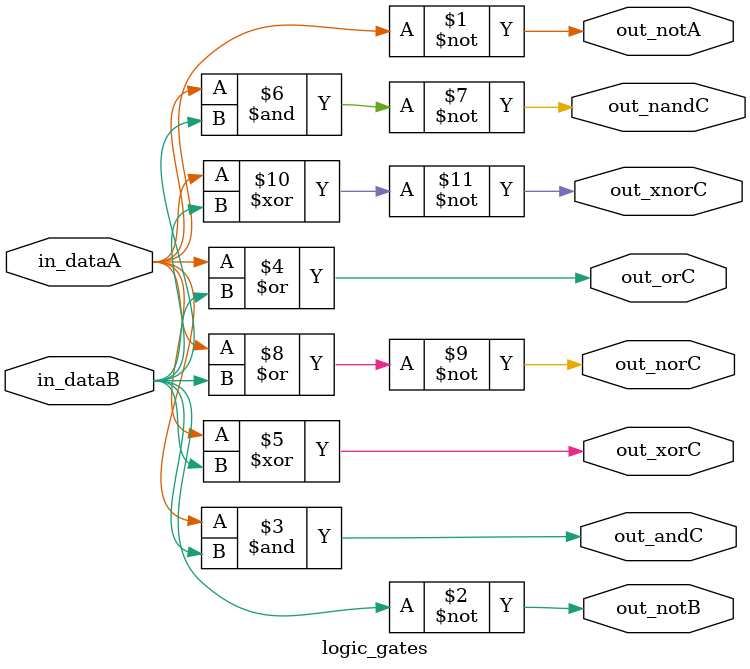
<source format=sv>
`timescale 1ns/100ps

module logic_gates (
    input wire  in_dataA,
    input wire  in_dataB,
    output wire out_notA,
    output wire out_notB,
    output wire out_andC,
    output wire out_orC,
    output wire out_xorC,
    output wire out_nandC,
    output wire out_norC,
    output wire out_xnorC
);

    assign out_notA = ~ in_dataA;
    assign out_notB = ~ in_dataB;

    assign out_andC = in_dataA & in_dataB;
    assign out_orC  = in_dataA | in_dataB;
    assign out_xorC = in_dataA ^ in_dataB;

    assign out_nandC    = ~ (in_dataA & in_dataB);
    assign out_norC     = ~ (in_dataA | in_dataB);
    assign out_xnorC    = ~ (in_dataA ^ in_dataB);

endmodule

</source>
